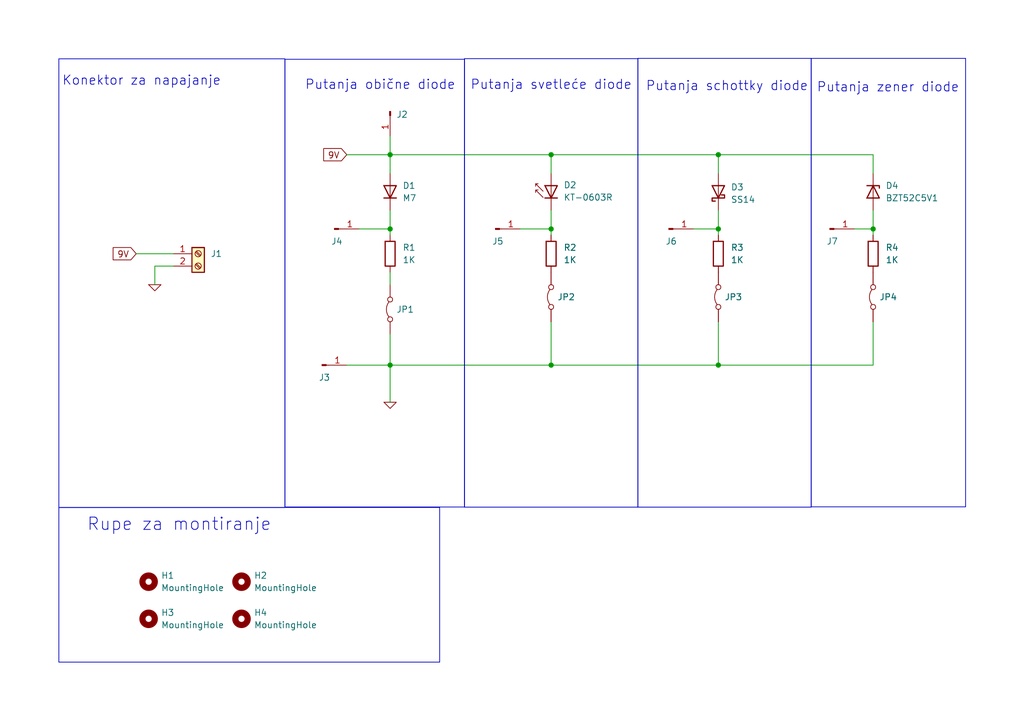
<source format=kicad_sch>
(kicad_sch (version 20250114) (generator "eeschema") (generator_version "9.0")
  (paper "A5")
  (title_block (title "Diode") (rev "v1"))
  (lib_symbols
    (symbol "Connector:Conn_01x01_Pin" (pin_names (offset 1.016) (hide yes))
      (property "Reference" "J" (at 0 2.54 0))
      (property "Value" "Conn_01x01_Pin" (at 0 -2.54 0))
      (symbol "Conn_01x01_Pin_1_1"
        (rectangle (start 0.8636 0.127) (end 0 -0.127) (stroke (width 0.1524)) (fill (type outline)))
        (polyline (pts (xy 1.27 0) (xy 0.8636 0)) (stroke (width 0.1524)))
        (pin passive line (at 5.08 0 180) (length 3.81) (name "Pin_1") (number "1"))
      )
    )
    (symbol "Connector:Screw_Terminal_01x02" (pin_names (offset 1.016) (hide yes))
      (property "Reference" "J" (at 0 2.54 0))
      (property "Value" "Screw_Terminal_01x02" (at 0 -5.08 0))
      (symbol "Screw_Terminal_01x02_1_1"
        (rectangle (start -1.27 1.27) (end 1.27 -3.81) (stroke (width 0.254)) (fill (type background)))
        (polyline (pts (xy -0.5334 0.3302) (xy 0.3302 -0.508)) (stroke (width 0.1524)))
        (polyline (pts (xy -0.5334 -2.2098) (xy 0.3302 -3.048)) (stroke (width 0.1524)))
        (polyline (pts (xy -0.3556 0.508) (xy 0.508 -0.3302)) (stroke (width 0.1524)))
        (polyline (pts (xy -0.3556 -2.032) (xy 0.508 -2.8702)) (stroke (width 0.1524)))
        (circle (center 0 0) (radius 0.635) (stroke (width 0.1524)))
        (circle (center 0 -2.54) (radius 0.635) (stroke (width 0.1524)))
        (pin passive line (at -5.08 0 0) (length 3.81) (name "Pin_1") (number "1"))
        (pin passive line (at -5.08 -2.54 0) (length 3.81) (name "Pin_2") (number "2"))
      )
    )
    (symbol "Device:R" (pin_numbers (hide yes)) (pin_names (offset 0))
      (property "Reference" "R" (at 2.032 0 90))
      (property "Value" "R" (at 0 0 90))
      (symbol "R_0_1"
        (rectangle (start -1.016 -2.54) (end 1.016 2.54) (stroke (width 0.254)))
      )
      (symbol "R_1_1"
        (pin passive line (at 0 3.81 270) (length 1.27) (name "~") (number "1"))
        (pin passive line (at 0 -3.81 90) (length 1.27) (name "~") (number "2"))
      )
    )
    (symbol "Diode:1N4001" (pin_numbers (hide yes)) (pin_names (hide yes))
      (property "Reference" "D" (at 0 2.54 0))
      (property "Value" "1N4001" (at 0 -2.54 0))
      (symbol "1N4001_0_1"
        (polyline (pts (xy -1.27 1.27) (xy -1.27 -1.27)) (stroke (width 0.254)))
        (polyline (pts (xy 1.27 1.27) (xy 1.27 -1.27) (xy -1.27 0) (xy 1.27 1.27)) (stroke (width 0.254)))
        (polyline (pts (xy 1.27 0) (xy -1.27 0)))
      )
      (symbol "1N4001_1_1"
        (pin passive line (at -3.81 0 0) (length 2.54) (name "K") (number "1"))
        (pin passive line (at 3.81 0 180) (length 2.54) (name "A") (number "2"))
      )
    )
    (symbol "Diode:1N5817" (pin_numbers (hide yes)) (pin_names (offset 1.016) (hide yes))
      (property "Reference" "D" (at 0 2.54 0))
      (property "Value" "1N5817" (at 0 -2.54 0))
      (symbol "1N5817_0_1"
        (polyline (pts (xy -1.905 0.635) (xy -1.905 1.27) (xy -1.27 1.27) (xy -1.27 -1.27) (xy -0.635 -1.27) (xy -0.635 -0.635)) (stroke (width 0.254)))
        (polyline (pts (xy 1.27 1.27) (xy 1.27 -1.27) (xy -1.27 0) (xy 1.27 1.27)) (stroke (width 0.254)))
        (polyline (pts (xy 1.27 0) (xy -1.27 0)))
      )
      (symbol "1N5817_1_1"
        (pin passive line (at -3.81 0 0) (length 2.54) (name "K") (number "1"))
        (pin passive line (at 3.81 0 180) (length 2.54) (name "A") (number "2"))
      )
    )
    (symbol "Diode:ZYxxx" (pin_numbers (hide yes)) (pin_names (hide yes))
      (property "Reference" "D" (at 0 2.54 0))
      (property "Value" "ZYxxx" (at 0 -2.54 0))
      (symbol "ZYxxx_0_1"
        (polyline (pts (xy -1.27 -1.27) (xy -1.27 1.27) (xy -0.762 1.27)) (stroke (width 0.254)))
        (polyline (pts (xy 1.27 0) (xy -1.27 0)))
        (polyline (pts (xy 1.27 -1.27) (xy 1.27 1.27) (xy -1.27 0) (xy 1.27 -1.27)) (stroke (width 0.254)))
      )
      (symbol "ZYxxx_1_1"
        (pin passive line (at -3.81 0 0) (length 2.54) (name "K") (number "1"))
        (pin passive line (at 3.81 0 180) (length 2.54) (name "A") (number "2"))
      )
    )
    (symbol "Jumper:Jumper_2_Bridged" (pin_numbers (hide yes)) (pin_names (offset 0) (hide yes)) (exclude_from_sim yes)
      (property "Reference" "JP" (at 0 1.905 0))
      (property "Value" "Jumper_2_Bridged" (at 0 -2.54 0))
      (symbol "Jumper_2_Bridged_0_0"
        (circle (center -2.032 0) (radius 0.508))
        (circle (center 2.032 0) (radius 0.508))
      )
      (symbol "Jumper_2_Bridged_0_1"
        (arc (start -1.524 0.254) (mid 0 0.762) (end 1.524 0.254))
      )
      (symbol "Jumper_2_Bridged_1_1"
        (pin passive line (at -5.08 0 0) (length 2.54) (name "A") (number "1"))
        (pin passive line (at 5.08 0 180) (length 2.54) (name "B") (number "2"))
      )
    )
    (symbol "LED:SFH4346" (pin_numbers (hide yes)) (pin_names (offset 1.016) (hide yes))
      (property "Reference" "D" (at 0.508 1.778 0))
      (property "Value" "SFH4346" (at -1.016 -2.794 0))
      (symbol "SFH4346_0_1"
        (polyline (pts (xy -2.54 1.27) (xy -2.54 -1.27)) (stroke (width 0.254)))
        (polyline (pts (xy -2.413 1.651) (xy -0.889 3.175) (xy -0.889 2.667) (xy -0.889 3.175) (xy -1.397 3.175)))
        (polyline (pts (xy -1.143 1.651) (xy 0.381 3.175) (xy 0.381 2.667)))
        (polyline (pts (xy 0 1.27) (xy -2.54 0) (xy 0 -1.27) (xy 0 1.27)) (stroke (width 0.254)))
        (polyline (pts (xy 0 0) (xy -2.54 0)))
        (polyline (pts (xy 0.381 3.175) (xy -0.127 3.175)))
      )
      (symbol "SFH4346_1_1"
        (pin passive line (at -5.08 0 0) (length 2.54) (name "K") (number "1"))
        (pin passive line (at 2.54 0 180) (length 2.54) (name "A") (number "2"))
      )
    )
    (symbol "Mechanical:MountingHole" (pin_names (offset 1.016))
      (property "Reference" "H" (at 0 5.08 0))
      (property "Value" "MountingHole" (at 0 3.175 0))
      (symbol "MountingHole_0_1"
        (circle (center 0 0) (radius 1.27) (stroke (width 1.27)))
      )
    )
    (symbol "Simulation_SPICE:0" (power) (pin_names (offset 0))
      (property "Value" "0" (at 0 -1.778 0))
      (symbol "0_0_1"
        (polyline (pts (xy -1.27 0) (xy 0 -1.27) (xy 1.27 0) (xy -1.27 0)))
      )
      (symbol "0_1_1"
        (pin power_in line (at 0 0 0) (length 0) (hide yes) (name "0") (number "1"))
      )
    )
  )
  (rectangle (start 166.37 11.9762) (end 198.0344 104.0175))
  (rectangle (start 12.065 12.065) (end 58.42 104.14))
  (rectangle (start 58.42 12.1612) (end 95.25 104.0456))
  (rectangle (start 12.065 104.14) (end 90.17 135.89))
  (rectangle (start 130.81 11.9768) (end 166.37 104.0779))
  (rectangle (start 95.25 12.0372) (end 130.81 104.078))
  (text "Rupe za montiranje\n" (at 17.78 109.22 0) (effects (font (size 2.54 2.54)) (justify left bottom)))
  (text "Putanja svetleće diode\n" (at 113.03 17.526 0) (effects (font (size 1.905 1.905))))
  (text "Konektor za napajanje" (at 12.7 17.78 0) (effects (font (size 1.905 1.905)) (justify left bottom)))
  (text "Putanja obične diode\n" (at 77.978 17.526 0) (effects (font (size 1.905 1.905))))
  (text "Putanja schottky diode" (at 149.098 17.78 0) (effects (font (size 1.905 1.905))))
  (text "Putanja zener diode\n" (at 182.118 18.034 0) (effects (font (size 1.905 1.905))))
  (junction (at 80.01 74.93))
  (junction (at 147.32 31.75))
  (junction (at 113.03 31.75))
  (junction (at 113.03 46.99))
  (junction (at 80.01 46.99))
  (junction (at 147.32 74.93))
  (junction (at 80.01 31.75))
  (junction (at 147.32 46.99))
  (junction (at 113.03 74.93))
  (junction (at 179.07 46.99))
  (wire (pts (xy 179.07 31.75) (xy 179.07 35.56)))
  (wire (pts (xy 80.01 43.18) (xy 80.01 46.99)))
  (wire (pts (xy 31.75 54.61) (xy 35.56 54.61)))
  (wire (pts (xy 113.03 31.75) (xy 113.03 35.56)))
  (wire (pts (xy 80.01 27.94) (xy 80.01 31.75)))
  (wire (pts (xy 175.26 46.99) (xy 179.07 46.99)))
  (wire (pts (xy 147.32 31.75) (xy 147.32 35.56)))
  (wire (pts (xy 71.12 74.93) (xy 80.01 74.93)))
  (wire (pts (xy 80.01 68.58) (xy 80.01 74.93)))
  (wire (pts (xy 73.66 46.99) (xy 80.01 46.99)))
  (wire (pts (xy 80.01 46.99) (xy 80.01 48.26)))
  (wire (pts (xy 113.03 43.18) (xy 113.03 46.99)))
  (wire (pts (xy 35.56 52.07) (xy 27.94 52.07)))
  (wire (pts (xy 31.75 54.61) (xy 31.75 58.42)))
  (wire (pts (xy 113.03 31.75) (xy 147.32 31.75)))
  (wire (pts (xy 179.07 66.04) (xy 179.07 74.93)))
  (wire (pts (xy 179.07 48.26) (xy 179.07 46.99)))
  (wire (pts (xy 80.01 55.88) (xy 80.01 58.42)))
  (wire (pts (xy 80.01 74.93) (xy 113.03 74.93)))
  (wire (pts (xy 113.03 74.93) (xy 147.32 74.93)))
  (wire (pts (xy 147.32 66.04) (xy 147.32 74.93)))
  (wire (pts (xy 80.01 31.75) (xy 113.03 31.75)))
  (wire (pts (xy 113.03 48.26) (xy 113.03 46.99)))
  (wire (pts (xy 142.24 46.99) (xy 147.32 46.99)))
  (wire (pts (xy 113.03 66.04) (xy 113.03 74.93)))
  (wire (pts (xy 179.07 43.18) (xy 179.07 46.99)))
  (wire (pts (xy 106.68 46.99) (xy 113.03 46.99)))
  (wire (pts (xy 147.32 74.93) (xy 179.07 74.93)))
  (wire (pts (xy 147.32 48.26) (xy 147.32 46.99)))
  (wire (pts (xy 71.12 31.75) (xy 80.01 31.75)))
  (wire (pts (xy 147.32 43.18) (xy 147.32 46.99)))
  (wire (pts (xy 80.01 31.75) (xy 80.01 35.56)))
  (wire (pts (xy 80.01 74.93) (xy 80.01 82.55)))
  (wire (pts (xy 147.32 31.75) (xy 179.07 31.75)))
  (global_label "9V" (shape input) (at 71.12 31.75 180) (property "Intersheetrefs" "${INTERSHEET_REFS}" (effects (hide yes))))
  (global_label "9V" (shape input) (at 27.94 52.07 180) (property "Intersheetrefs" "${INTERSHEET_REFS}" (effects (hide yes))))
  (symbol (lib_id "Mechanical:MountingHole") (at 30.48 127 0) (unit 1)
    (property "Reference" "H3" (at 33.02 125.73 0) (effects (justify left)))
    (property "Value" "MountingHole" (at 33.02 128.27 0) (effects (justify left)))
    (property "Footprint" "MountingHole:MountingHole_3.2mm_M3_ISO14580_Pad_TopBottom" (effects (hide yes)))
  )
  (symbol (lib_id "Jumper:Jumper_2_Bridged") (at 179.07 60.96 90) (unit 1) (exclude_from_sim yes)
    (property "Reference" "JP4" (at 180.34 60.9599 90) (effects (justify right)))
    (property "Value" "Jumper_2_Bridged" (effects (hide yes)))
    (property "Footprint" "Connector_PinHeader_2.54mm:PinHeader_1x02_P2.54mm_Vertical" (effects (hide yes)))
    (property "Description" "Jumper, 2-pole, closed/bridged" (effects (hide yes)))
  )
  (symbol (lib_id "Device:R") (at 179.07 52.07 180) (unit 1)
    (property "Reference" "R4" (at 181.61 50.7999 0) (effects (justify right)))
    (property "Value" "1K" (at 181.61 53.3399 0) (effects (justify right)))
    (property "Footprint" "Resistor_SMD:R_1206_3216Metric" (effects (hide yes)))
    (property "Description" "Resistor" (effects (hide yes)))
    (property "LCSC" "C4410" (effects (hide yes)))
  )
  (symbol (lib_id "Connector:Screw_Terminal_01x02") (at 40.64 52.07 0) (unit 1) (exclude_from_sim yes)
    (property "Reference" "J1" (at 43.18 52.07 0) (effects (justify left)))
    (property "Value" "Screw_Terminal_01x02" (effects (hide yes)))
    (property "Footprint" "TerminalBlock_Phoenix:TerminalBlock_Phoenix_MKDS-1,5-2-5.08_1x02_P5.08mm_Horizontal" (effects (hide yes)))
  )
  (symbol (lib_id "Connector:Conn_01x01_Pin") (at 170.18 46.99 0) (unit 1)
    (property "Reference" "J7" (at 170.688 49.53 0))
    (property "Value" "Conn_01x01_Pin" (effects (hide yes)))
    (property "Footprint" "Connector_PinHeader_2.54mm:PinHeader_1x01_P2.54mm_Vertical" (effects (hide yes)))
    (property "Description" "Generic connector, single row, 01x01, script generated" (effects (hide yes)))
  )
  (symbol (lib_id "Device:R") (at 147.32 52.07 180) (unit 1)
    (property "Reference" "R3" (at 149.86 50.7999 0) (effects (justify right)))
    (property "Value" "1K" (at 149.86 53.3399 0) (effects (justify right)))
    (property "Footprint" "Resistor_SMD:R_1206_3216Metric" (effects (hide yes)))
    (property "Description" "Resistor" (effects (hide yes)))
    (property "LCSC" "C4410" (effects (hide yes)))
  )
  (symbol (lib_id "Mechanical:MountingHole") (at 49.53 119.38 0) (unit 1)
    (property "Reference" "H2" (at 52.07 118.11 0) (effects (justify left)))
    (property "Value" "MountingHole" (at 52.07 120.65 0) (effects (justify left)))
    (property "Footprint" "MountingHole:MountingHole_3.2mm_M3_ISO14580_Pad_TopBottom" (effects (hide yes)))
  )
  (symbol (lib_id "Simulation_SPICE:0") (at 80.01 82.55 0) (unit 1)
    (property "Reference" "#GND01" (effects (hide yes)))
    (property "Value" "0" (effects (hide yes)))
  )
  (symbol (lib_id "Jumper:Jumper_2_Bridged") (at 147.32 60.96 90) (unit 1) (exclude_from_sim yes)
    (property "Reference" "JP3" (at 148.59 60.9599 90) (effects (justify right)))
    (property "Value" "Jumper_2_Bridged" (effects (hide yes)))
    (property "Footprint" "Connector_PinHeader_2.54mm:PinHeader_1x02_P2.54mm_Vertical" (effects (hide yes)))
    (property "Description" "Jumper, 2-pole, closed/bridged" (effects (hide yes)))
  )
  (symbol (lib_id "Connector:Conn_01x01_Pin") (at 66.04 74.93 0) (unit 1)
    (property "Reference" "J3" (at 66.548 77.47 0))
    (property "Value" "Conn_01x01_Pin" (effects (hide yes)))
    (property "Footprint" "Connector_PinHeader_2.54mm:PinHeader_1x01_P2.54mm_Vertical" (effects (hide yes)))
    (property "Description" "Generic connector, single row, 01x01, script generated" (effects (hide yes)))
  )
  (symbol (lib_id "Device:R") (at 113.03 52.07 180) (unit 1)
    (property "Reference" "R2" (at 115.57 50.7999 0) (effects (justify right)))
    (property "Value" "1K" (at 115.57 53.3399 0) (effects (justify right)))
    (property "Footprint" "Resistor_SMD:R_1206_3216Metric" (effects (hide yes)))
    (property "Description" "Resistor" (effects (hide yes)))
    (property "LCSC" "C4410" (effects (hide yes)))
  )
  (symbol (lib_id "Connector:Conn_01x01_Pin") (at 101.6 46.99 0) (unit 1)
    (property "Reference" "J5" (at 102.108 49.53 0))
    (property "Value" "Conn_01x01_Pin" (effects (hide yes)))
    (property "Footprint" "Connector_PinHeader_2.54mm:PinHeader_1x01_P2.54mm_Vertical" (effects (hide yes)))
    (property "Description" "Generic connector, single row, 01x01, script generated" (effects (hide yes)))
  )
  (symbol (lib_id "Mechanical:MountingHole") (at 30.48 119.38 0) (unit 1)
    (property "Reference" "H1" (at 33.02 118.11 0) (effects (justify left)))
    (property "Value" "MountingHole" (at 33.02 120.65 0) (effects (justify left)))
    (property "Footprint" "MountingHole:MountingHole_3.2mm_M3_ISO14580_Pad_TopBottom" (effects (hide yes)))
  )
  (symbol (lib_id "LED:SFH4346") (at 113.03 38.1 90) (unit 1)
    (property "Reference" "D2" (at 115.57 37.9729 90) (effects (justify right)))
    (property "Value" "KT-0603R" (at 115.57 40.5129 90) (effects (justify right)))
    (property "Footprint" "PCM_JLCPCB:D_0603" (effects (hide yes)))
    (property "Datasheet" "http://cdn-reichelt.de/documents/datenblatt/A500/SFH4346.pdf" (effects (hide yes)))
    (property "Description" "Infrared LED , 3mm LED package" (effects (hide yes)))
    (property "LCSC" "C2286" (effects (hide yes)))
  )
  (symbol (lib_id "Jumper:Jumper_2_Bridged") (at 80.01 63.5 90) (unit 1) (exclude_from_sim yes)
    (property "Reference" "JP1" (at 81.28 63.4999 90) (effects (justify right)))
    (property "Value" "Jumper_2_Bridged" (effects (hide yes)))
    (property "Footprint" "Connector_PinHeader_2.54mm:PinHeader_1x02_P2.54mm_Vertical" (effects (hide yes)))
    (property "Description" "Jumper, 2-pole, closed/bridged" (effects (hide yes)))
  )
  (symbol (lib_id "Connector:Conn_01x01_Pin") (at 137.16 46.99 0) (unit 1)
    (property "Reference" "J6" (at 137.668 49.53 0))
    (property "Value" "Conn_01x01_Pin" (effects (hide yes)))
    (property "Footprint" "Connector_PinHeader_2.54mm:PinHeader_1x01_P2.54mm_Vertical" (effects (hide yes)))
    (property "Description" "Generic connector, single row, 01x01, script generated" (effects (hide yes)))
  )
  (symbol (lib_id "Mechanical:MountingHole") (at 49.53 127 0) (unit 1)
    (property "Reference" "H4" (at 52.07 125.73 0) (effects (justify left)))
    (property "Value" "MountingHole" (at 52.07 128.27 0) (effects (justify left)))
    (property "Footprint" "MountingHole:MountingHole_3.2mm_M3_ISO14580_Pad_TopBottom" (effects (hide yes)))
  )
  (symbol (lib_id "Device:R") (at 80.01 52.07 180) (unit 1)
    (property "Reference" "R1" (at 82.55 50.7999 0) (effects (justify right)))
    (property "Value" "1K" (at 82.55 53.3399 0) (effects (justify right)))
    (property "Footprint" "Resistor_SMD:R_1206_3216Metric" (effects (hide yes)))
    (property "Description" "Resistor" (effects (hide yes)))
    (property "LCSC" "C4410" (effects (hide yes)))
  )
  (symbol (lib_id "Diode:ZYxxx") (at 179.07 39.37 270) (unit 1)
    (property "Reference" "D4" (at 181.61 38.0999 90) (effects (justify left)))
    (property "Value" "BZT52C5V1" (at 181.61 40.6399 90) (effects (justify left)))
    (property "Footprint" "PCM_JLCPCB:D_SOD-123" (effects (hide yes)))
    (property "Datasheet" "https://diotec.com/tl_files/diotec/files/pdf/datasheets/zy1" (effects (hide yes)))
    (property "Description" "2000mW Zener Diode, DO-41" (effects (hide yes)))
    (property "LCSC" "C173407" (effects (hide yes)))
  )
  (symbol (lib_id "Diode:1N4001") (at 80.01 39.37 90) (unit 1)
    (property "Reference" "D1" (at 82.55 38.0999 90) (effects (justify right)))
    (property "Value" "M7" (at 82.55 40.6399 90) (effects (justify right)))
    (property "Footprint" "PCM_JLCPCB:D_SMA" (effects (hide yes)))
    (property "Datasheet" "http://www.vishay.com/docs/88503/1n4001.pdf" (effects (hide yes)))
    (property "Description" "50V 1A General Purpose Rectifier Diode, DO-41" (effects (hide yes)))
    (property "Sim.Device" "D" (effects (hide yes)))
    (property "Sim.Pins" "1=K 2=A" (effects (hide yes)))
    (property "LCSC" "C95872" (effects (hide yes)))
  )
  (symbol (lib_id "Connector:Conn_01x01_Pin") (at 68.58 46.99 0) (unit 1)
    (property "Reference" "J4" (at 69.088 49.53 0))
    (property "Value" "Conn_01x01_Pin" (effects (hide yes)))
    (property "Footprint" "Connector_PinHeader_2.54mm:PinHeader_1x01_P2.54mm_Vertical" (effects (hide yes)))
    (property "Description" "Generic connector, single row, 01x01, script generated" (effects (hide yes)))
  )
  (symbol (lib_id "Diode:1N5817") (at 147.32 39.37 90) (unit 1)
    (property "Reference" "D3" (at 149.86 38.4174 90) (effects (justify right)))
    (property "Value" "SS14" (at 149.86 40.9574 90) (effects (justify right)))
    (property "Footprint" "PCM_JLCPCB:D_SMA" (effects (hide yes)))
    (property "Datasheet" "http://www.vishay.com/docs/88525/1n5817.pdf" (effects (hide yes)))
    (property "Description" "20V 1A Schottky Barrier Rectifier Diode, DO-41" (effects (hide yes)))
    (property "LCSC" "C2480" (effects (hide yes)))
  )
  (symbol (lib_id "Jumper:Jumper_2_Bridged") (at 113.03 60.96 90) (unit 1) (exclude_from_sim yes)
    (property "Reference" "JP2" (at 114.3 60.9599 90) (effects (justify right)))
    (property "Value" "Jumper_2_Bridged" (effects (hide yes)))
    (property "Footprint" "Connector_PinHeader_2.54mm:PinHeader_1x02_P2.54mm_Vertical" (effects (hide yes)))
    (property "Description" "Jumper, 2-pole, closed/bridged" (effects (hide yes)))
  )
  (symbol (lib_id "Simulation_SPICE:0") (at 31.75 58.42 0) (unit 1)
    (property "Reference" "#GND03" (effects (hide yes)))
    (property "Value" "0" (effects (hide yes)))
  )
  (symbol (lib_id "Connector:Conn_01x01_Pin") (at 80.01 22.86 270) (unit 1)
    (property "Reference" "J2" (at 81.28 23.4949 90) (effects (justify left)))
    (property "Value" "Conn_01x01_Pin" (effects (hide yes)))
    (property "Footprint" "Connector_PinHeader_2.54mm:PinHeader_1x01_P2.54mm_Vertical" (effects (hide yes)))
    (property "Description" "Generic connector, single row, 01x01, script generated" (effects (hide yes)))
  )
)
</source>
